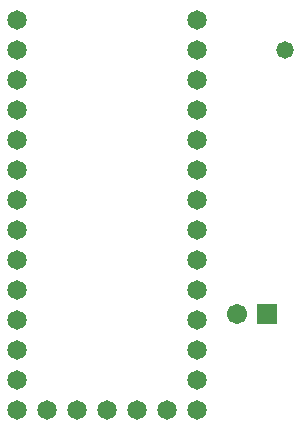
<source format=gbs>
G04 Layer_Color=16711935*
%FSAX24Y24*%
%MOIN*%
G70*
G01*
G75*
%ADD29R,0.0671X0.0671*%
%ADD30C,0.0671*%
%ADD31C,0.0650*%
%ADD32C,0.0580*%
D29*
X019600Y038000D02*
D03*
D30*
X018600D02*
D03*
D31*
X011250Y047800D02*
D03*
Y046800D02*
D03*
Y045800D02*
D03*
Y044800D02*
D03*
Y043800D02*
D03*
Y042800D02*
D03*
Y041800D02*
D03*
Y040800D02*
D03*
Y039800D02*
D03*
Y038800D02*
D03*
Y037800D02*
D03*
Y036800D02*
D03*
Y035800D02*
D03*
Y034800D02*
D03*
X012250D02*
D03*
X013250D02*
D03*
X014250D02*
D03*
X015250D02*
D03*
X016250D02*
D03*
X017250D02*
D03*
Y035800D02*
D03*
Y036800D02*
D03*
Y037800D02*
D03*
Y038800D02*
D03*
Y039800D02*
D03*
Y040800D02*
D03*
Y041800D02*
D03*
Y042800D02*
D03*
Y043800D02*
D03*
Y044800D02*
D03*
Y045800D02*
D03*
Y046800D02*
D03*
Y047800D02*
D03*
D32*
X020200Y046800D02*
D03*
M02*

</source>
